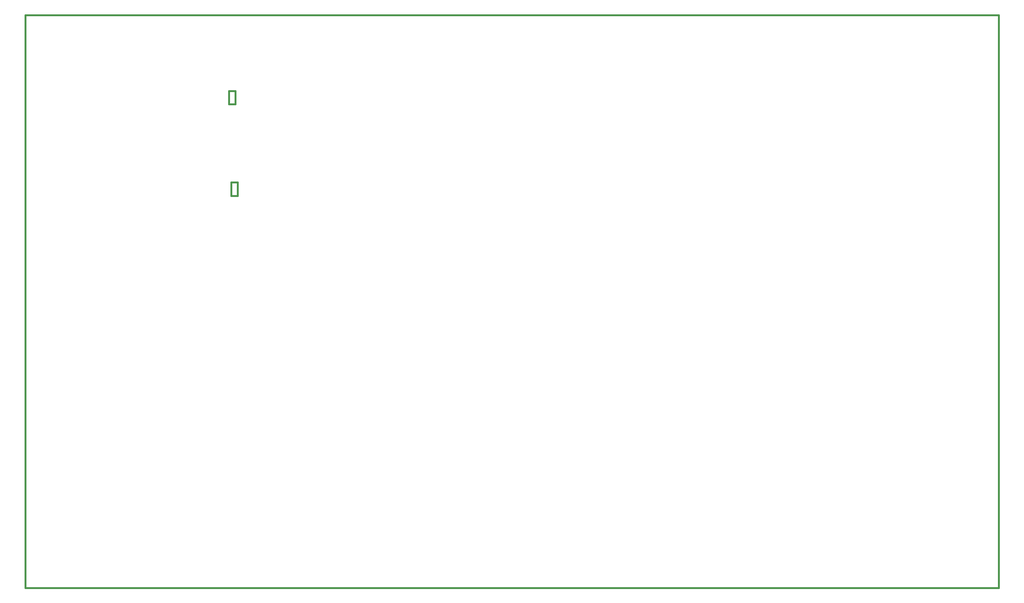
<source format=gko>
%FSLAX33Y33*%
%MOMM*%
%ADD10C,0.381*%
D10*
%LNpath-145*%
G01*
X0Y0D02*
X218200Y0D01*
X218200Y128500*
X0Y128500*
X0Y0*
X46124Y87975D02*
X47624Y87975D01*
X47624Y90975*
X46124Y90975*
X46124Y87975*
X45625Y108500D02*
X47125Y108500D01*
X47125Y111500*
X45625Y111500*
X45625Y108500*
%LNmechanical details_traces*%
M02*
</source>
